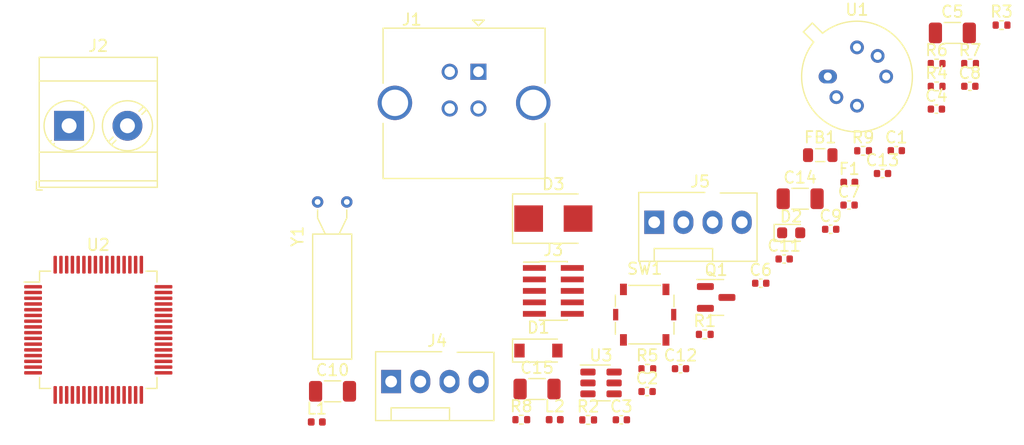
<source format=kicad_pcb>
(kicad_pcb (version 20211014) (generator pcbnew)
  (layers (0 "F.Cu" signal) (1 "In1.Cu" signal) (2 "In2.Cu" signal) (31 "B.Cu" signal) (34 "B.Paste" user) (35 "F.Paste" user) (36 "B.SilkS" user "B.Silkscreen") (37 "F.SilkS" user "F.Silkscreen") (38 "B.Mask" user) (39 "F.Mask" user) (44 "Edge.Cuts" user))
  (net 0 "")
  (net 1 "+12P")
  (net 2 "GND")
  (net 3 "BUCK_FB")
  (net 4 "+3.3VA")
  (net 5 "Net-(D2-Pad1)")
  (net 6 "+3.3VP")
  (net 7 "I2C1_SDA")
  (net 8 "I2C1_SCLK")
  (net 9 "BUCK_EN")
  (net 10 "BUCK_IN")
  (net 11 "HSE_OUT")
  (net 12 "Net-(C7-Pad1)")
  (net 13 "BOOT0")
  (net 14 "Net-(R1-Pad2)")
  (net 15 "BUCK_BST")
  (net 16 "BUCK_SW")
  (net 17 "USB_CONN_D_-")
  (net 18 "USB_CONN_D_+")
  (net 19 "USB_D+")
  (net 20 "+5V")
  (net 21 "USB_D-")
  (net 22 "Net-(D1-Pad1)")
  (net 23 "Net-(F1-Pad2)")
  (net 27 "HSE_IN")
  (net 28 "NRST")
  (net 35 "LED_STATUS")
  (net 48 "Net-(C10-Pad1)")
  (net 60 "SWD_SWDIO")
  (net 61 "Net-(C12-Pad1)")
  (net 62 "SWD_SCLK")
  (net 64 "USART3_TX")
  (net 65 "USART3_RX")
  (net 73 "Net-(C11-Pad1)")
  (net 78 "+3V3")
  (footprint "Package_QFP:LQFP-64_10x10mm_P0.5mm" (layer "F.Cu") (at 73.66 91.44)
    (fp_text reference "U2" (at 0 -7.4) (layer "F.SilkS"))
    (fp_text value "STM32F405RGT6")
    (fp_line (start -5.11 -5.11) (end -5.11 -4.16) (layer "F.SilkS") (width 0.12))
    (fp_line (start 4.16 5.11) (end 5.11 5.11) (layer "F.SilkS") (width 0.12))
    (fp_line (start 5.11 -5.11) (end 5.11 -4.16) (layer "F.SilkS") (width 0.12))
    (fp_line (start 5.11 5.11) (end 5.11 4.16) (layer "F.SilkS") (width 0.12))
    (fp_line (start -4.16 5.11) (end -5.11 5.11) (layer "F.SilkS") (width 0.12))
    (fp_line (start -5.11 -4.16) (end -6.45 -4.16) (layer "F.SilkS") (width 0.12))
    (fp_line (start 4.16 -5.11) (end 5.11 -5.11) (layer "F.SilkS") (width 0.12))
    (fp_line (start -4.16 -5.11) (end -5.11 -5.11) (layer "F.SilkS") (width 0.12))
    (fp_line (start -5.11 5.11) (end -5.11 4.16) (layer "F.SilkS") (width 0.12))
    (pad "1" smd roundrect (at -5.675 -3.75) (size 1.55 0.3) (layers "F.Cu" "F.Paste" "F.Mask") (net 6 "+3.3VP"))
    (pad "2" smd roundrect (at -5.675 -3.25) (size 1.55 0.3) (layers "F.Cu" "F.Paste" "F.Mask"))
    (pad "3" smd roundrect (at -5.675 -2.75) (size 1.55 0.3) (layers "F.Cu" "F.Paste" "F.Mask"))
    (pad "4" smd roundrect (at -5.675 -2.25) (size 1.55 0.3) (layers "F.Cu" "F.Paste" "F.Mask"))
    (pad "5" smd roundrect (at -5.675 -1.75) (size 1.55 0.3) (layers "F.Cu" "F.Paste" "F.Mask") (net 27 "HSE_IN"))
    (pad "6" smd roundrect (at -5.675 -1.25) (size 1.55 0.3) (layers "F.Cu" "F.Paste" "F.Mask") (net 11 "HSE_OUT"))
    (pad "7" smd roundrect (at -5.675 -0.75) (size 1.55 0.3) (layers "F.Cu" "F.Paste" "F.Mask") (net 28 "NRST"))
    (pad "8" smd roundrect (at -5.675 -0.25) (size 1.55 0.3) (layers "F.Cu" "F.Paste" "F.Mask"))
    (pad "9" smd roundrect (at -5.675 0.25) (size 1.55 0.3) (layers "F.Cu" "F.Paste" "F.Mask"))
    (pad "10" smd roundrect (at -5.675 0.75) (size 1.55 0.3) (layers "F.Cu" "F.Paste" "F.Mask"))
    (pad "11" smd roundrect (at -5.675 1.25) (size 1.55 0.3) (layers "F.Cu" "F.Paste" "F.Mask"))
    (pad "12" smd roundrect (at -5.675 1.75) (size 1.55 0.3) (layers "F.Cu" "F.Paste" "F.Mask") (net 2 "GND"))
    (pad "13" smd roundrect (at -5.675 2.25) (size 1.55 0.3) (layers "F.Cu" "F.Paste" "F.Mask") (net 4 "+3.3VA"))
    (pad "14" smd roundrect (at -5.675 2.75) (size 1.55 0.3) (layers "F.Cu" "F.Paste" "F.Mask"))
    (pad "15" smd roundrect (at -5.675 3.25) (size 1.55 0.3) (layers "F.Cu" "F.Paste" "F.Mask"))
    (pad "16" smd roundrect (at -5.675 3.75) (size 1.55 0.3) (layers "F.Cu" "F.Paste" "F.Mask") (net 35 "LED_STATUS"))
    (pad "17" smd roundrect (at -3.75 5.675) (size 0.3 1.55) (layers "F.Cu" "F.Paste" "F.Mask"))
    (pad "18" smd roundrect (at -3.25 5.675) (size 0.3 1.55) (layers "F.Cu" "F.Paste" "F.Mask") (net 2 "GND"))
    (pad "19" smd roundrect (at -2.75 5.675) (size 0.3 1.55) (layers "F.Cu" "F.Paste" "F.Mask") (net 6 "+3.3VP"))
    (pad "20" smd roundrect (at -2.25 5.675) (size 0.3 1.55) (layers "F.Cu" "F.Paste" "F.Mask"))
    (pad "21" smd roundrect (at -1.75 5.675) (size 0.3 1.55) (layers "F.Cu" "F.Paste" "F.Mask"))
    (pad "22" smd roundrect (at -1.25 5.675) (size 0.3 1.55) (layers "F.Cu" "F.Paste" "F.Mask"))
    (pad "23" smd roundrect (at -0.75 5.675) (size 0.3 1.55) (layers "F.Cu" "F.Paste" "F.Mask"))
    (pad "24" smd roundrect (at -0.25 5.675) (size 0.3 1.55) (layers "F.Cu" "F.Paste" "F.Mask"))
    (pad "25" smd roundrect (at 0.25 5.675) (size 0.3 1.55) (layers "F.Cu" "F.Paste" "F.Mask"))
    (pad "26" smd roundrect (at 0.75 5.675) (size 0.3 1.55) (layers "F.Cu" "F.Paste" "F.Mask"))
    (pad "27" smd roundrect (at 1.25 5.675) (size 0.3 1.55) (layers "F.Cu" "F.Paste" "F.Mask"))
    (pad "28" smd roundrect (at 1.75 5.675) (size 0.3 1.55) (layers "F.Cu" "F.Paste" "F.Mask"))
    (pad "29" smd roundrect (at 2.25 5.675) (size 0.3 1.55) (layers "F.Cu" "F.Paste" "F.Mask"))
    (pad "30" smd roundrect (at 2.75 5.675) (size 0.3 1.55) (layers "F.Cu" "F.Paste" "F.Mask"))
    (pad "31" smd roundrect (at 3.25 5.675) (size 0.3 1.55) (layers "F.Cu" "F.Paste" "F.Mask") (net 48 "Net-(C10-Pad1)"))
    (pad "32" smd roundrect (at 3.75 5.675) (size 0.3 1.55) (layers "F.Cu" "F.Paste" "F.Mask") (net 6 "+3.3VP"))
    (pad "33" smd roundrect (at 5.675 3.75) (size 1.55 0.3) (layers "F.Cu" "F.Paste" "F.Mask"))
    (pad "34" smd roundrect (at 5.675 3.25) (size 1.55 0.3) (layers "F.Cu" "F.Paste" "F.Mask"))
    (pad "35" smd roundrect (at 5.675 2.75) (size 1.55 0.3) (layers "F.Cu" "F.Paste" "F.Mask"))
    (pad "36" smd roundrect (at 5.675 2.25) (size 1.55 0.3) (layers "F.Cu" "F.Paste" "F.Mask"))
    (pad "37" smd roundrect (at 5.675 1.75) (size 1.55 0.3) (layers "F.Cu" "F.Paste" "F.Mask"))
    (pad "38" smd roundrect (at 5.675 1.25) (size 1.55 0.3) (layers "F.Cu" "F.Paste" "F.Mask"))
    (pad "39" smd roundrect (at 5.675 0.75) (size 1.55 0.3) (layers "F.Cu" "F.Paste" "F.Mask"))
    (pad "40" smd roundrect (at 5.675 0.25) (size 1.55 0.3) (layers "F.Cu" "F.Paste" "F.Mask"))
    (pad "41" smd roundrect (at 5.675 -0.25) (size 1.55 0.3) (layers "F.Cu" "F.Paste" "F.Mask"))
    (pad "42" smd roundrect (at 5.675 -0.75) (size 1.55 0.3) (layers "F.Cu" "F.Paste" "F.Mask"))
    (pad "43" smd roundrect (at 5.675 -1.25) (size 1.55 0.3) (layers "F.Cu" "F.Paste" "F.Mask"))
    (pad "44" smd roundrect (at 5.675 -1.75) (size 1.55 0.3) (layers "F.Cu" "F.Paste" "F.Mask") (net 21 "USB_D-"))
    (pad "45" smd roundrect (at 5.675 -2.25) (size 1.55 0.3) (layers "F.Cu" "F.Paste" "F.Mask") (net 19 "USB_D+"))
    (pad "46" smd roundrect (at 5.675 -2.75) (size 1.55 0.3) (layers "F.Cu" "F.Paste" "F.Mask") (net 60 "SWD_SWDIO"))
    (pad "47" smd roundrect (at 5.675 -3.25) (size 1.55 0.3) (layers "F.Cu" "F.Paste" "F.Mask") (net 61 "Net-(C12-Pad1)"))
    (pad "48" smd roundrect (at 5.675 -3.75) (size 1.55 0.3) (layers "F.Cu" "F.Paste" "F.Mask") (net 6 "+3.3VP"))
    (pad "49" smd roundrect (at 3.75 -5.675) (size 0.3 1.55) (layers "F.Cu" "F.Paste" "F.Mask") (net 62 "SWD_SCLK"))
    (pad "50" smd roundrect (at 3.25 -5.675) (size 0.3 1.55) (layers "F.Cu" "F.Paste" "F.Mask"))
    (pad "51" smd roundrect (at 2.75 -5.675) (size 0.3 1.55) (layers "F.Cu" "F.Paste" "F.Mask") (net 64 "USART3_TX"))
    (pad "52" smd roundrect (at 2.25 -5.675) (size 0.3 1.55) (layers "F.Cu" "F.Paste" "F.Mask") (net 65 "USART3_RX"))
    (pad "53" smd roundrect (at 1.75 -5.675) (size 0.3 1.55) (layers "F.Cu" "F.Paste" "F.Mask"))
    (pad "54" smd roundrect (at 1.25 -5.675) (size 0.3 1.55) (layers "F.Cu" "F.Paste" "F.Mask"))
    (pad "55" smd roundrect (at 0.75 -5.675) (size 0.3 1.55) (layers "F.Cu" "F.Paste" "F.Mask"))
    (pad "56" smd roundrect (at 0.25 -5.675) (size 0.3 1.55) (layers "F.Cu" "F.Paste" "F.Mask"))
    (pad "57" smd roundrect (at -0.25 -5.675) (size 0.3 1.55) (layers "F.Cu" "F.Paste" "F.Mask"))
    (pad "58" smd roundrect (at -0.75 -5.675) (size 0.3 1.55) (layers "F.Cu" "F.Paste" "F.Mask") (net 8 "I2C1_SCLK"))
    (pad "59" smd roundrect (at -1.25 -5.675) (size 0.3 1.55) (layers "F.Cu" "F.Paste" "F.Mask") (net 7 "I2C1_SDA"))
    (pad "60" smd roundrect (at -1.75 -5.675) (size 0.3 1.55) (layers "F.Cu" "F.Paste" "F.Mask") (net 13 "BOOT0"))
    (pad "61" smd roundrect (at -2.25 -5.675) (size 0.3 1.55) (layers "F.Cu" "F.Paste" "F.Mask"))
    (pad "62" smd roundrect (at -2.75 -5.675) (size 0.3 1.55) (layers "F.Cu" "F.Paste" "F.Mask"))
    (pad "63" smd roundrect (at -3.25 -5.675) (size 0.3 1.55) (layers "F.Cu" "F.Paste" "F.Mask") (net 2 "GND"))
    (pad "64" smd roundrect (at -3.75 -5.675) (size 0.3 1.55) (layers "F.Cu" "F.Paste" "F.Mask") (net 6 "+3.3VP"))
  )
  (footprint "Package_TO_SOT_THT:TO-5-6" (layer "F.Cu") (at 137.16 69.37)
    (fp_text reference "U1" (at 2.54 -5.82) (layer "F.SilkS"))
    (fp_text value "MP2359")
    (fp_line (start -0.457084 -3.774902) (end -1.348039 -4.665856) (layer "F.SilkS") (width 0.12))
    (fp_line (start -2.125856 -3.888039) (end -1.234902 -2.997084) (layer "F.SilkS") (width 0.12))
    (fp_line (start -1.348039 -4.665856) (end -2.125856 -3.888039) (layer "F.SilkS") (width 0.12))
    (fp_arc (start -0.457084 -3.774902) (mid 5.948125 3.408384) (end -1.234674 -2.997371) (layer "F.SilkS") (width 0.12))
    (pad "1" thru_hole oval (at 0 0) (size 1.6 1.2) (drill 0.7) (layers *.Cu *.Mask) (net 15 "BUCK_BST"))
    (pad "2" thru_hole oval (at 0.743949 1.796051) (size 1.2 1.2) (drill 0.7) (layers *.Cu *.Mask) (net 2 "GND"))
    (pad "3" thru_hole oval (at 2.54 2.54) (size 1.2 1.2) (drill 0.7) (layers *.Cu *.Mask) (net 3 "BUCK_FB"))
    (pad "4" thru_hole oval (at 5.08 0) (size 1.2 1.2) (drill 0.7) (layers *.Cu *.Mask) (net 9 "BUCK_EN"))
    (pad "5" thru_hole oval (at 4.336051 -1.796051) (size 1.2 1.2) (drill 0.7) (layers *.Cu *.Mask) (net 10 "BUCK_IN"))
    (pad "6" thru_hole oval (at 2.54 -2.54) (size 1.2 1.2) (drill 0.7) (layers *.Cu *.Mask) (net 16 "BUCK_SW"))
  )
  (footprint "Resistor_SMD:R_0402_1005Metric" (layer "F.Cu") (at 152.28 64.89)
    (fp_text reference "R3" (at 0 -1.17) (layer "F.SilkS"))
    (fp_text value "100k")
    (fp_line (start -0.153641 0.38) (end 0.153641 0.38) (layer "F.SilkS") (width 0.12))
    (fp_line (start -0.153641 -0.38) (end 0.153641 -0.38) (layer "F.SilkS") (width 0.12))
    (pad "1" smd roundrect (at -0.51 0) (size 0.54 0.64) (layers "F.Cu" "F.Paste" "F.Mask") (net 10 "BUCK_IN"))
    (pad "2" smd roundrect (at 0.51 0) (size 0.54 0.64) (layers "F.Cu" "F.Paste" "F.Mask") (net 9 "BUCK_EN"))
  )
  (footprint "Connector_PinHeader_1.00mm:PinHeader_2x05_P1.00mm_Vertical_SMD" (layer "F.Cu") (at 113.27 88.05)
    (fp_text reference "J3" (at 0 -3.56) (layer "F.SilkS"))
    (fp_text value "SWD")
    (fp_line (start 1.21 2.51) (end 1.21 2.56) (layer "F.SilkS") (width 0.12))
    (fp_line (start -2.59 -2.51) (end -1.21 -2.51) (layer "F.SilkS") (width 0.12))
    (fp_line (start -1.21 -2.56) (end 1.21 -2.56) (layer "F.SilkS") (width 0.12))
    (fp_line (start -1.21 2.51) (end -1.21 2.56) (layer "F.SilkS") (width 0.12))
    (fp_line (start -1.21 -2.56) (end -1.21 -2.51) (layer "F.SilkS") (width 0.12))
    (fp_line (start 1.21 -2.56) (end 1.21 -2.51) (layer "F.SilkS") (width 0.12))
    (fp_line (start -1.21 2.56) (end 1.21 2.56) (layer "F.SilkS") (width 0.12))
    (pad "1" smd rect (at -1.65 -2) (size 2 0.5) (layers "F.Cu" "F.Paste" "F.Mask") (net 6 "+3.3VP"))
    (pad "2" smd rect (at 1.65 -2) (size 2 0.5) (layers "F.Cu" "F.Paste" "F.Mask") (net 60 "SWD_SWDIO"))
    (pad "3" smd rect (at -1.65 -1) (size 2 0.5) (layers "F.Cu" "F.Paste" "F.Mask") (net 2 "GND"))
    (pad "4" smd rect (at 1.65 -1) (size 2 0.5) (layers "F.Cu" "F.Paste" "F.Mask") (net 62 "SWD_SCLK"))
    (pad "5" smd rect (at -1.65 0) (size 2 0.5) (layers "F.Cu" "F.Paste" "F.Mask") (net 2 "GND"))
    (pad "6" smd rect (at 1.65 0) (size 2 0.5) (layers "F.Cu" "F.Paste" "F.Mask"))
    (pad "7" smd rect (at -1.65 1) (size 2 0.5) (layers "F.Cu" "F.Paste" "F.Mask"))
    (pad "8" smd rect (at 1.65 1) (size 2 0.5) (layers "F.Cu" "F.Paste" "F.Mask"))
    (pad "9" smd rect (at -1.65 2) (size 2 0.5) (layers "F.Cu" "F.Paste" "F.Mask") (net 2 "GND"))
    (pad "10" smd rect (at 1.65 2) (size 2 0.5) (layers "F.Cu" "F.Paste" "F.Mask") (net 28 "NRST"))
  )
  (footprint "Resistor_SMD:R_0402_1005Metric" (layer "F.Cu") (at 126.45 91.84)
    (fp_text reference "R1" (at 0 -1.17) (layer "F.SilkS"))
    (fp_text value "10k")
    (fp_line (start -0.153641 -0.38) (end 0.153641 -0.38) (layer "F.SilkS") (width 0.12))
    (fp_line (start -0.153641 0.38) (end 0.153641 0.38) (layer "F.SilkS") (width 0.12))
    (pad "1" smd roundrect (at -0.51 0) (size 0.54 0.64) (layers "F.Cu" "F.Paste" "F.Mask") (net 13 "BOOT0"))
    (pad "2" smd roundrect (at 0.51 0) (size 0.54 0.64) (layers "F.Cu" "F.Paste" "F.Mask") (net 14 "Net-(R1-Pad2)"))
  )
  (footprint "TerminalBlock_Phoenix:TerminalBlock_Phoenix_MKDS-3-2-5.08_1x02_P5.08mm_Horizontal" (layer "F.Cu") (at 71.12 73.66)
    (fp_text reference "J2" (at 2.54 -6.96) (layer "F.SilkS"))
    (fp_text value "Screw_Terminal_01x02")
    (fp_line (start 1.388 -1.654) (end 1.281 -1.547) (layer "F.SilkS") (width 0.12))
    (fp_line (start 6.734 -1.388) (end 6.339 -0.992) (layer "F.SilkS") (width 0.12))
    (fp_line (start -2.84 5.6) (end -2.34 5.6) (layer "F.SilkS") (width 0.12))
    (fp_line (start -2.84 4.86) (end -2.84 5.6) (layer "F.SilkS") (width 0.12))
    (fp_line (start -2.6 -5.96) (end 7.68 -5.96) (layer "F.SilkS") (width 0.12))
    (fp_line (start 7.68 -5.96) (end 7.68 5.36) (layer "F.SilkS") (width 0.12))
    (fp_line (start -2.6 4.8) (end 7.68 4.8) (layer "F.SilkS") (width 0.12))
    (fp_line (start 3.822 0.992) (end 3.427 1.388) (layer "F.SilkS") (width 0.12))
    (fp_line (start -2.6 -5.96) (end -2.6 5.36) (layer "F.SilkS") (width 0.12))
    (fp_line (start -1.282 1.547) (end -1.388 1.654) (layer "F.SilkS") (width 0.12))
    (fp_line (start -2.6 -3.9) (end 7.68 -3.9) (layer "F.SilkS") (width 0.12))
    (fp_line (start 6.468 -1.654) (end 6.088 -1.274) (layer "F.SilkS") (width 0.12))
    (fp_line (start 1.654 -1.388) (end 1.547 -1.281) (layer "F.SilkS") (width 0.12))
    (fp_line (start 4.073 1.274) (end 3.693 1.654) (layer "F.SilkS") (width 0.12))
    (fp_line (start -1.548 1.281) (end -1.654 1.388) (layer "F.SilkS") (width 0.12))
    (fp_line (start -2.6 5.36) (end 7.68 5.36) (layer "F.SilkS") (width 0.12))
    (fp_line (start -2.6 2.3) (end 7.68 2.3) (layer "F.SilkS") (width 0.12))
    (fp_circle (center 5.08 0) (end 7.26 0) (layer "F.SilkS") (width 0.12) (fill none))
    (fp_circle (center 0 0) (end 2.18 0) (layer "F.SilkS") (width 0.12) (fill none))
    (pad "1" thru_hole rect (at 0 0) (size 2.6 2.6) (drill 1.3) (layers *.Cu *.Mask) (net 1 "+12P"))
    (pad "2" thru_hole circle (at 5.08 0) (size 2.6 2.6) (drill 1.3) (layers *.Cu *.Mask) (net 2 "GND"))
  )
  (footprint "Capacitor_SMD:C_1206_3216Metric" (layer "F.Cu") (at 94.05 96.8)
    (fp_text reference "C10" (at 0 -1.85) (layer "F.SilkS"))
    (fp_text value "2u2")
    (fp_line (start -0.711252 -0.91) (end 0.711252 -0.91) (layer "F.SilkS") (width 0.12))
    (fp_line (start -0.711252 0.91) (end 0.711252 0.91) (layer "F.SilkS") (width 0.12))
    (pad "1" smd roundrect (at -1.475 0) (size 1.15 1.8) (layers "F.Cu" "F.Paste" "F.Mask") (roundrect_rratio 0.217391) (net 48 "Net-(C10-Pad1)"))
    (pad "2" smd roundrect (at 1.475 0) (size 1.15 1.8) (layers "F.Cu" "F.Paste" "F.Mask") (roundrect_rratio 0.217391) (net 2 "GND"))
  )
  (footprint "Inductor_SMD:L_0805_2012Metric" (layer "F.Cu") (at 136.5 76.22)
    (fp_text reference "FB1" (at 0 -1.55) (layer "F.SilkS"))
    (fp_text value "FerriteBead_Small")
    (fp_line (start -0.399622 0.56) (end 0.399622 0.56) (layer "F.SilkS") (width 0.12))
    (fp_line (start -0.399622 -0.56) (end 0.399622 -0.56) (layer "F.SilkS") (width 0.12))
    (pad "1" smd roundrect (at -1.0625 0) (size 0.875 1.2) (layers "F.Cu" "F.Paste" "F.Mask") (net 22 "Net-(D1-Pad1)"))
    (pad "2" smd roundrect (at 1.0625 0) (size 0.875 1.2) (layers "F.Cu" "F.Paste" "F.Mask") (net 10 "BUCK_IN"))
  )
  (footprint "Capacitor_SMD:C_0402_1005Metric" (layer "F.Cu") (at 149.52 70.22)
    (fp_text reference "C8" (at 0 -1.16) (layer "F.SilkS"))
    (fp_text value "100n")
    (fp_line (start -0.107836 0.36) (end 0.107836 0.36) (layer "F.SilkS") (width 0.12))
    (fp_line (start -0.107836 -0.36) (end 0.107836 -0.36) (layer "F.SilkS") (width 0.12))
    (pad "1" smd roundrect (at -0.48 0) (size 0.56 0.62) (layers "F.Cu" "F.Paste" "F.Mask") (net 6 "+3.3VP"))
    (pad "2" smd roundrect (at 0.48 0) (size 0.56 0.62) (layers "F.Cu" "F.Paste" "F.Mask") (net 2 "GND"))
  )
  (footprint "Capacitor_SMD:C_0402_1005Metric" (layer "F.Cu") (at 137.41 82.68)
    (fp_text reference "C9" (at 0 -1.16) (layer "F.SilkS"))
    (fp_text value "100n")
    (fp_line (start -0.107836 0.36) (end 0.107836 0.36) (layer "F.SilkS") (width 0.12))
    (fp_line (start -0.107836 -0.36) (end 0.107836 -0.36) (layer "F.SilkS") (width 0.12))
    (pad "1" smd roundrect (at -0.48 0) (size 0.56 0.62) (layers "F.Cu" "F.Paste" "F.Mask") (net 6 "+3.3VP"))
    (pad "2" smd roundrect (at 0.48 0) (size 0.56 0.62) (layers "F.Cu" "F.Paste" "F.Mask") (net 2 "GND"))
  )
  (footprint "Package_TO_SOT_SMD:SOT-23-6" (layer "F.Cu") (at 117.42 96.07)
    (fp_text reference "U3" (at 0 -2.4) (layer "F.SilkS"))
    (fp_text value "USBLC6-2SC6")
    (fp_line (start 0 1.56) (end 0.8 1.56) (layer "F.SilkS") (width 0.12))
    (fp_line (start 0 -1.56) (end -1.8 -1.56) (layer "F.SilkS") (width 0.12))
    (fp_line (start 0 -1.56) (end 0.8 -1.56) (layer "F.SilkS") (width 0.12))
    (fp_line (start 0 1.56) (end -0.8 1.56) (layer "F.SilkS") (width 0.12))
    (pad "1" smd roundrect (at -1.1375 -0.95) (size 1.325 0.6) (layers "F.Cu" "F.Paste" "F.Mask") (net 17 "USB_CONN_D_-"))
    (pad "2" smd roundrect (at -1.1375 0) (size 1.325 0.6) (layers "F.Cu" "F.Paste" "F.Mask") (net 2 "GND"))
    (pad "3" smd roundrect (at -1.1375 0.95) (size 1.325 0.6) (layers "F.Cu" "F.Paste" "F.Mask") (net 18 "USB_CONN_D_+"))
    (pad "4" smd roundrect (at 1.1375 0.95) (size 1.325 0.6) (layers "F.Cu" "F.Paste" "F.Mask") (net 19 "USB_D+"))
    (pad "5" smd roundrect (at 1.1375 0) (size 1.325 0.6) (layers "F.Cu" "F.Paste" "F.Mask") (net 20 "+5V"))
    (pad "6" smd roundrect (at 1.1375 -0.95) (size 1.325 0.6) (layers "F.Cu" "F.Paste" "F.Mask") (net 21 "USB_D-"))
  )
  (footprint "LED_SMD:LED_0603_1608Metric" (layer "F.Cu") (at 133.97 82.99)
    (fp_text reference "D2" (at 0 -1.43) (layer "F.SilkS"))
    (fp_text value "Blue")
    (fp_line (start -1.485 -0.735) (end -1.485 0.735) (layer "F.SilkS") (width 0.12))
    (fp_line (start -1.485 0.735) (end 0.8 0.735) (layer "F.SilkS") (width 0.12))
    (fp_line (start 0.8 -0.735) (end -1.485 -0.735) (layer "F.SilkS") (width 0.12))
    (pad "1" smd roundrect (at -0.7875 0) (size 0.875 0.95) (layers "F.Cu" "F.Paste" "F.Mask") (net 5 "Net-(D2-Pad1)"))
    (pad "2" smd roundrect (at 0.7875 0) (size 0.875 0.95) (layers "F.Cu" "F.Paste" "F.Mask") (net 35 "LED_STATUS"))
  )
  (footprint "Capacitor_SMD:C_1206_3216Metric" (layer "F.Cu") (at 111.85 96.6)
    (fp_text reference "C15" (at 0 -1.85) (layer "F.SilkS"))
    (fp_text value "22u")
    (fp_line (start -0.711252 -0.91) (end 0.711252 -0.91) (layer "F.SilkS") (width 0.12))
    (fp_line (start -0.711252 0.91) (end 0.711252 0.91) (layer "F.SilkS") (width 0.12))
    (pad "1" smd roundrect (at -1.475 0) (size 1.15 1.8) (layers "F.Cu" "F.Paste" "F.Mask") (roundrect_rratio 0.217391) (net 4 "+3.3VA"))
    (pad "2" smd roundrect (at 1.475 0) (size 1.15 1.8) (layers "F.Cu" "F.Paste" "F.Mask") (roundrect_rratio 0.217391) (net 2 "GND"))
  )
  (footprint "Button_Switch_SMD:SW_SPST_Panasonic_EVQPL_3PL_5PL_PT_A08" (layer "F.Cu") (at 121.22 90.12)
    (fp_text reference "SW1" (at 0 -4) (layer "F.SilkS"))
    (fp_text value "SW_SPDT")
    (fp_line (start -2.55 -1.7) (end -2.55 -0.675) (layer "F.SilkS") (width 0.12))
    (fp_line (start -2.55 0.675) (end -2.55 1.7) (layer "F.SilkS") (width 0.12))
    (fp_line (start 2.55 -1.7) (end 2.55 -0.675) (layer "F.SilkS") (width 0.12))
    (fp_line (start -1.375 2.55) (end 1.375 2.55) (layer "F.SilkS") (width 0.12))
    (fp_line (start 2.55 0.675) (end 2.55 1.7) (layer "F.SilkS") (width 0.12))
    (fp_line (start -1.375 -2.55) (end 1.375 -2.55) (layer "F.SilkS") (width 0.12))
    (pad "0" smd rect (at -2.525 0) (size 0.45 1) (layers "F.Cu" "F.Paste" "F.Mask"))
    (pad "0" smd rect (at 2.525 0) (size 0.45 1) (layers "F.Cu" "F.Paste" "F.Mask"))
    (pad "1" smd rect (at -1.85 -2.2) (size 0.6 1) (layers "F.Cu" "F.Paste" "F.Mask") (net 78 "+3V3"))
    (pad "1" smd rect (at -1.85 2.2) (size 0.6 1) (layers "F.Cu" "F.Paste" "F.Mask") (net 78 "+3V3"))
    (pad "2" smd rect (at 1.85 -2.2) (size 0.6 1) (layers "F.Cu" "F.Paste" "F.Mask") (net 14 "Net-(R1-Pad2)"))
    (pad "2" smd rect (at 1.85 2.2) (size 0.6 1) (layers "F.Cu" "F.Paste" "F.Mask") (net 14 "Net-(R1-Pad2)"))
  )
  (footprint "Capacitor_SMD:C_0402_1005Metric" (layer "F.Cu") (at 131.32 87.38)
    (fp_text reference "C6" (at 0 -1.16) (layer "F.SilkS"))
    (fp_text value "100n")
    (fp_line (start -0.107836 0.36) (end 0.107836 0.36) (layer "F.SilkS") (width 0.12))
    (fp_line (start -0.107836 -0.36) (end 0.107836 -0.36) (layer "F.SilkS") (width 0.12))
    (pad "1" smd roundrect (at -0.48 0) (size 0.56 0.62) (layers "F.Cu" "F.Paste" "F.Mask") (net 6 "+3.3VP"))
    (pad "2" smd roundrect (at 0.48 0) (size 0.56 0.62) (layers "F.Cu" "F.Paste" "F.Mask") (net 2 "GND"))
  )
  (footprint "Capacitor_SMD:C_1206_3216Metric" (layer "F.Cu") (at 148 65.57)
    (fp_text reference "C5" (at 0 -1.85) (layer "F.SilkS"))
    (fp_text value "10nF")
    (fp_line (start -0.711252 0.91) (end 0.711252 0.91) (layer "F.SilkS") (width 0.12))
    (fp_line (start -0.711252 -0.91) (end 0.711252 -0.91) (layer "F.SilkS") (width 0.12))
    (pad "1" smd roundrect (at -1.475 0) (size 1.15 1.8) (layers "F.Cu" "F.Paste" "F.Mask") (roundrect_rratio 0.217391) (net 10 "BUCK_IN"))
    (pad "2" smd roundrect (at 1.475 0) (size 1.15 1.8) (layers "F.Cu" "F.Paste" "F.Mask") (roundrect_rratio 0.217391) (net 2 "GND"))
  )
  (footprint "Crystal:Crystal_AT310_D3.0mm_L10.0mm_Horizontal" (layer "F.Cu") (at 92.75 80.3)
    (fp_text reference "Y1" (at -1.75 3 90) (layer "F.SilkS"))
    (fp_text value "16MHz")
    (fp_line (start 0.67 2.8) (end 0 1.4) (layer "F.SilkS") (width 0.12))
    (fp_line (start 2.54 1.4) (end 2.54 0.7) (layer "F.SilkS") (width 0.12))
    (fp_line (start -0.43 2.8) (end -0.43 13.7) (layer "F.SilkS") (width 0.12))
    (fp_line (start 2.97 13.7) (end 2.97 2.8) (layer "F.SilkS") (width 0.12))
    (fp_line (start 1.87 2.8) (end 2.54 1.4) (layer "F.SilkS") (width 0.12))
    (fp_line (start -0.43 13.7) (end 2.97 13.7) (layer "F.SilkS") (width 0.12))
    (fp_line (start 2.97 2.8) (end -0.43 2.8) (layer "F.SilkS") (width 0.12))
    (fp_line (start 0 1.4) (end 0 0.7) (layer "F.SilkS") (width 0.12))
    (pad "1" thru_hole circle (at 0 0) (size 1 1) (drill 0.5) (layers *.Cu *.Mask) (net 27 "HSE_IN"))
    (pad "2" thru_hole circle (at 2.54 0) (size 1 1) (drill 0.5) (layers *.Cu *.Mask) (net 2 "GND"))
  )
  (footprint "Resistor_SMD:R_0402_1005Metric" (layer "F.Cu") (at 110.48 99.27)
    (fp_text reference "R8" (at 0 -1.17) (layer "F.SilkS"))
    (fp_text value "49.9k")
    (fp_line (start -0.153641 -0.38) (end 0.153641 -0.38) (layer "F.SilkS") (width 0.12))
    (fp_line (start -0.153641 0.38) (end 0.153641 0.38) (layer "F.SilkS") (width 0.12))
    (pad "1" smd roundrect (at -0.51 0) (size 0.54 0.64) (layers "F.Cu" "F.Paste" "F.Mask") (net 4 "+3.3VA"))
    (pad "2" smd roundrect (at 0.51 0) (size 0.54 0.64) (layers "F.Cu" "F.Paste" "F.Mask") (net 3 "BUCK_FB"))
  )
  (footprint "Resistor_SMD:R_0402_1005Metric" (layer "F.Cu") (at 146.63 70.23)
    (fp_text reference "R4" (at 0 -1.17) (layer "F.SilkS"))
    (fp_text value "68k")
    (fp_line (start -0.153641 -0.38) (end 0.153641 -0.38) (layer "F.SilkS") (width 0.12))
    (fp_line (start -0.153641 0.38) (end 0.153641 0.38) (layer "F.SilkS") (width 0.12))
    (pad "1" smd roundrect (at -0.51 0) (size 0.54 0.64) (layers "F.Cu" "F.Paste" "F.Mask") (net 9 "BUCK_EN"))
    (pad "2" smd roundrect (at 0.51 0) (size 0.54 0.64) (layers "F.Cu" "F.Paste" "F.Mask") (net 2 "GND"))
  )
  (footprint "Inductor_SMD:L_0402_1005Metric" (layer "F.Cu") (at 113.39 99.27)
    (fp_text reference "L2" (at 0 -1.17) (layer "F.SilkS"))
    (fp_text value "4.7u")
    (pad "1" smd roundrect (at -0.485 0) (size 0.59 0.64) (layers "F.Cu" "F.Paste" "F.Mask") (net 16 "BUCK_SW"))
    (pad "2" smd roundrect (at 0.485 0) (size 0.59 0.64) (layers "F.Cu" "F.Paste" "F.Mask") (net 4 "+3.3VA"))
  )
  (footprint "Diode_SMD:D_SMB" (layer "F.Cu") (at 113.27 81.75)
    (fp_text reference "D3" (at 0 -3) (layer "F.SilkS"))
    (fp_text value "B230")
    (fp_line (start -3.55 2.15) (end 2.15 2.15) (layer "F.SilkS") (width 0.12))
    (fp_line (start -3.55 -2.15) (end 2.15 -2.15) (layer "F.SilkS") (width 0.12))
    (fp_line (start -3.55 -2.15) (end -3.55 2.15) (layer "F.SilkS") (width 0.12))
    (pad "1" smd rect (at -2.15 0) (size 2.5 2.3) (layers "F.Cu" "F.Paste" "F.Mask") (net 16 "BUCK_SW"))
    (pad "2" smd rect (at 2.15 0) (size 2.5 2.3) (layers "F.Cu" "F.Paste" "F.Mask") (net 2 "GND"))
  )
  (footprint "Capacitor_SMD:C_0402_1005Metric" (layer "F.Cu") (at 143.12 75.83)
    (fp_text reference "C1" (at 0 -1.16) (layer "F.SilkS"))
    (fp_text value "4u7")
    (fp_line (start -0.107836 0.36) (end 0.107836 0.36) (layer "F.SilkS") (width 0.12))
    (fp_line (start -0.107836 -0.36) (end 0.107836 -0.36) (layer "F.SilkS") (width 0.12))
    (pad "1" smd roundrect (at -0.48 0) (size 0.56 0.62) (layers "F.Cu" "F.Paste" "F.Mask") (net 6 "+3.3VP"))
    (pad "2" smd roundrect (at 0.48 0) (size 0.56 0.62) (layers "F.Cu" "F.Paste" "F.Mask") (net 2 "GND"))
  )
  (footprint "Package_TO_SOT_SMD:SOT-23" (layer "F.Cu") (at 127.44 88.62)
    (fp_text reference "Q1" (at 0 -2.4) (layer "F.SilkS"))
    (fp_text value "AO3401A")
    (fp_line (start 0 1.56) (end 0.65 1.56) (layer "F.SilkS") (width 0.12))
    (fp_line (start 0 1.56) (end -0.65 1.56) (layer "F.SilkS") (width 0.12))
    (fp_line (start 0 -1.56) (end -1.675 -1.56) (layer "F.SilkS") (width 0.12))
    (fp_line (start 0 -1.56) (end 0.65 -1.56) (layer "F.SilkS") (width 0.12))
    (pad "1" smd roundrect (at -0.9375 -0.95) (size 1.475 0.6) (layers "F.Cu" "F.Paste" "F.Mask") (net 2 "GND"))
    (pad "2" smd roundrect (at -0.9375 0.95) (size 1.475 0.6) (layers "F.Cu" "F.Paste" "F.Mask") (net 22 "Net-(D1-Pad1)"))
    (pad "3" smd roundrect (at 0.9375 0) (size 1.475 0.6) (layers "F.Cu" "F.Paste" "F.Mask") (net 23 "Net-(F1-Pad2)"))
  )
  (footprint "Connector:FanPinHeader_1x04_P2.54mm_Vertical" (layer "F.Cu") (at 122.05 82.07)
    (fp_text reference "J5" (at 4 -3.55) (layer "F.SilkS"))
    (fp_text value "Conn_01x04")
    (fp_line (start 5.75 -2.55) (end 8.95 -2.55) (layer "F.SilkS") (width 0.12))
    (fp_line (start 8.95 3.4) (end -1.35 3.4) (layer "F.SilkS") (width 0.12))
    (fp_line (start 8.95 -2.55) (end 8.95 3.4) (layer "F.SilkS") (width 0.12))
    (fp_line (start 0 2.29) (end 5.08 2.29) (layer "F.SilkS") (width 0.12))
    (fp_line (start -1.35 -2.6) (end 4.4 -2.6) (layer "F.SilkS") (width 0.12))
    (fp_line (start -1.35 3.4) (end -1.35 -2.6) (layer "F.SilkS") (width 0.12))
    (fp_line (start 0 3.3) (end 0 2.29) (layer "F.SilkS") (width 0.12))
    (fp_line (start 5.08 2.29) (end 5.08 3.3) (layer "F.SilkS") (width 0.12))
    (pad "" np_thru_hole circle (at 5.08 -2.16 90) (size 1.1 1.1) (drill 1.1) (layers *.Cu *.Mask))
    (pad "1" thru_hole rect (at 0 0 90) (size 2.03 1.73) (drill 1.02) (layers *.Cu *.Mask) (net 78 "+3V3"))
    (pad "2" thru_hole oval (at 2.54 0 90) (size 2.03 1.73) (drill 1.02) (layers *.Cu *.Mask) (net 64 "USART3_TX"))
    (pad "3" thru_hole oval (at 5.08 0 90) (size 2.03 1.73) (drill 1.02) (layers *.Cu *.Mask) (net 65 "USART3_RX"))
    (pad "4" thru_hole oval (at 7.62 0 90) (size 2.03 1.73) (drill 1.02) (layers *.Cu *.Mask) (net 2 "GND"))
  )
  (footprint "Capacitor_SMD:C_0402_1005Metric" (layer "F.Cu") (at 119.19 99.28)
    (fp_text reference "C3" (at 0 -1.16) (layer "F.SilkS"))
    (fp_text value "10p")
    (fp_line (start -0.107836 0.36) (end 0.107836 0.36) (layer "F.SilkS") (width 0.12))
    (fp_line (start -0.107836 -0.36) (end 0.107836 -0.36) (layer "F.SilkS") (width 0.12))
    (pad "1" smd roundrect (at -0.48 0) (size 0.56 0.62) (layers "F.Cu" "F.Paste" "F.Mask") (net 27 "HSE_IN"))
    (pad "2" smd roundrect (at 0.48 0) (size 0.56 0.62) (layers "F.Cu" "F.Paste" "F.Mask") (net 2 "GND"))
  )
  (footprint "Resistor_SMD:R_0402_1005Metric" (layer "F.Cu") (at 140.23 75.84)
    (fp_text reference "R9" (at 0 -1.17) (layer "F.SilkS"))
    (fp_text value "16.2k")
    (fp_line (start -0.153641 -0.38) (end 0.153641 -0.38) (layer "F.SilkS") (width 0.12))
    (fp_line (start -0.153641 0.38) (end 0.153641 0.38) (layer "F.SilkS") (width 0.12))
    (pad "1" smd roundrect (at -0.51 0) (size 0.54 0.64) (layers "F.Cu" "F.Paste" "F.Mask") (net 3 "BUCK_FB"))
    (pad "2" smd roundrect (at 0.51 0) (size 0.54 0.64) (layers "F.Cu" "F.Paste" "F.Mask") (net 2 "GND"))
  )
  (footprint "Resistor_SMD:R_0402_1005Metric" (layer "F.Cu") (at 116.3 99.29)
    (fp_text reference "R2" (at 0 -1.17) (layer "F.SilkS"))
    (fp_text value "47")
    (fp_line (start -0.153641 0.38) (end 0.153641 0.38) (layer "F.SilkS") (width 0.12))
    (fp_line (start -0.153641 -0.38) (end 0.153641 -0.38) (layer "F.SilkS") (width 0.12))
    (pad "1" smd roundrect (at -0.51 0) (size 0.54 0.64) (layers "F.Cu" "F.Paste" "F.Mask") (net 11 "HSE_OUT"))
    (pad "2" smd roundrect (at 0.51 0) (size 0.54 0.64) (layers "F.Cu" "F.Paste" "F.Mask") (net 12 "Net-(C7-Pad1)"))
  )
  (footprint "Capacitor_SMD:C_0402_1005Metric" (layer "F.Cu") (at 139.01 80.57)
    (fp_text reference "C7" (at 0 -1.16) (layer "F.SilkS"))
    (fp_text value "10p")
    (fp_line (start -0.107836 0.36) (end 0.107836 0.36) (layer "F.SilkS") (width 0.12))
    (fp_line (start -0.107836 -0.36) (end 0.107836 -0.36) (layer "F.SilkS") (width 0.12))
    (pad "1" smd roundrect (at -0.48 0) (size 0.56 0.62) (layers "F.Cu" "F.Paste" "F.Mask") (net 12 "Net-(C7-Pad1)"))
    (pad "2" smd roundrect (at 0.48 0) (size 0.56 0.62) (layers "F.Cu" "F.Paste" "F.Mask") (net 2 "GND"))
  )
  (footprint "Capacitor_SMD:C_0402_1005Metric" (layer "F.Cu") (at 141.92 77.82)
    (fp_text reference "C13" (at 0 -1.16) (layer "F.SilkS"))
    (fp_text value "1n")
    (fp_line (start -0.107836 0.36) (end 0.107836 0.36) (layer "F.SilkS") (width 0.12))
    (fp_line (start -0.107836 -0.36) (end 0.107836 -0.36) (layer "F.SilkS") (width 0.12))
    (pad "1" smd roundrect (at -0.48 0) (size 0.56 0.62) (layers "F.Cu" "F.Paste" "F.Mask") (net 73 "Net-(C11-Pad1)"))
    (pad "2" smd roundrect (at 0.48 0) (size 0.56 0.62) (layers "F.Cu" "F.Paste" "F.Mask") (net 2 "GND"))
  )
  (footprint "Capacitor_SMD:C_0402_1005Metric" (layer "F.Cu") (at 133.36 85.27)
    (fp_text reference "C11" (at 0 -1.16) (layer "F.SilkS"))
    (fp_text value "1u")
    (fp_line (start -0.107836 -0.36) (end 0.107836 -0.36) (layer "F.SilkS") (width 0.12))
    (fp_line (start -0.107836 0.36) (end 0.107836 0.36) (layer "F.SilkS") (width 0.12))
    (pad "1" smd roundrect (at -0.48 0) (size 0.56 0.62) (layers "F.Cu" "F.Paste" "F.Mask") (net 73 "Net-(C11-Pad1)"))
    (pad "2" smd roundrect (at 0.48 0) (size 0.56 0.62) (layers "F.Cu" "F.Paste" "F.Mask") (net 2 "GND"))
  )
  (footprint "Capacitor_SMD:C_0402_1005Metric" (layer "F.Cu") (at 146.61 72.21)
    (fp_text reference "C4" (at 0 -1.16) (layer "F.SilkS"))
    (fp_text value "100n")
    (fp_line (start -0.107836 0.36) (end 0.107836 0.36) (layer "F.SilkS") (width 0.12))
    (fp_line (start -0.107836 -0.36) (end 0.107836 -0.36) (layer "F.SilkS") (width 0.12))
    (pad "1" smd roundrect (at -0.48 0) (size 0.56 0.62) (layers "F.Cu" "F.Paste" "F.Mask") (net 6 "+3.3VP"))
    (pad "2" smd roundrect (at 0.48 0) (size 0.56 0.62) (layers "F.Cu" "F.Paste" "F.Mask") (net 2 "GND"))
  )
  (footprint "Capacitor_SMD:C_0402_1005Metric" (layer "F.Cu") (at 124.34 94.83)
    (fp_text reference "C12" (at 0 -1.16) (layer "F.SilkS"))
    (fp_text value "2u2")
    (fp_line (start -0.107836 -0.36) (end 0.107836 -0.36) (layer "F.SilkS") (width 0.12))
    (fp_line (start -0.107836 0.36) (end 0.107836 0.36) (layer "F.SilkS") (width 0.12))
    (pad "1" smd roundrect (at -0.48 0) (size 0.56 0.62) (layers "F.Cu" "F.Paste" "F.Mask") (net 61 "Net-(C12-Pad1)"))
    (pad "2" smd roundrect (at 0.48 0) (size 0.56 0.62) (layers "F.Cu" "F.Paste" "F.Mask") (net 2 "GND"))
  )
  (footprint "Diode_SMD:D_SOD-123" (layer "F.Cu") (at 111.97 93.25)
    (fp_text reference "D1" (at 0 -2) (layer "F.SilkS"))
    (fp_text value "D_Schottky")
    (fp_line (start -2.25 1) (end 1.65 1) (layer "F.SilkS") (width 0.12))
    (fp_line (start -2.25 -1) (end 1.65 -1) (layer "F.SilkS") (width 0.12))
    (fp_line (start -2.25 -1) (end -2.25 1) (layer "F.SilkS") (width 0.12))
    (pad "1" smd rect (at -1.65 0) (size 0.9 1.2) (layers "F.Cu" "F.Paste" "F.Mask") (net 22 "Net-(D1-Pad1)"))
    (pad "2" smd rect (at 1.65 0) (size 0.9 1.2) (layers "F.Cu" "F.Paste" "F.Mask") (net 20 "+5V"))
  )
  (footprint "Resistor_SMD:R_0402_1005Metric" (layer "F.Cu") (at 146.63 68.24)
    (fp_text reference "R6" (at 0 -1.17) (layer "F.SilkS"))
    (fp_text value "2k2")
    (fp_line (start -0.153641 -0.38) (end 0.153641 -0.38) (layer "F.SilkS") (width 0.12))
    (fp_line (start -0.153641 0.38) (end 0.153641 0.38) (layer "F.SilkS") (width 0.12))
    (pad "1" smd roundrect (at -0.51 0) (size 0.54 0.64) (layers "F.Cu" "F.Paste" "F.Mask") (net 6 "+3.3VP"))
    (pad "2" smd roundrect (at 0.51 0) (size 0.54 0.64) (layers "F.Cu" "F.Paste" "F.Mask") (net 7 "I2C1_SDA"))
  )
  (footprint "Capacitor_SMD:C_0402_1005Metric" (layer "F.Cu") (at 121.43 96.82)
    (fp_text reference "C2" (at 0 -1.16) (layer "F.SilkS"))
    (fp_text value "100n")
    (fp_line (start -0.107836 -0.36) (end 0.107836 -0.36) (layer "F.SilkS") (width 0.12))
    (fp_line (start -0.107836 0.36) (end 0.107836 0.36) (layer "F.SilkS") (width 0.12))
    (pad "1" smd roundrect (at -0.48 0) (size 0.56 0.62) (layers "F.Cu" "F.Paste" "F.Mask") (net 6 "+3.3VP"))
    (pad "2" smd roundrect (at 0.48 0) (size 0.56 0.62) (layers "F.Cu" "F.Paste" "F.Mask") (net 2 "GND"))
  )
  (footprint "Connector_USB:USB_B_Amphenol_MUSB-D511_Vertical_Rugged" (layer "F.Cu") (at 106.75 68.955)
    (fp_text reference "J1" (at -5.8 -4.55) (layer "F.SilkS"))
    (fp_text value "USB_B_Micro")
    (fp_line (start 5.8 -3.8) (end 5.8 1) (layer "F.SilkS") (width 0.12))
    (fp_line (start 5.8 9.3) (end -8.3 9.3) (layer "F.SilkS") (width 0.12))
    (fp_line (start -8.3 9.3) (end -8.3 4.5) (layer "F.SilkS") (width 0.12))
    (fp_line (start 0 -4) (end 0.5 -4.5) (layer "F.SilkS") (width 0.12))
    (fp_line (start -8.3 1) (end -8.3 -3.8) (layer "F.SilkS") (width 0.12))
    (fp_line (start -0.5 -4.5) (end 0 -4) (layer "F.SilkS") (width 0.12))
    (fp_line (start 5.8 4.5) (end 5.8 9.3) (layer "F.SilkS") (width 0.12))
    (fp_line (start 0.5 -4.5) (end -0.5 -4.5) (layer "F.SilkS") (width 0.12))
    (fp_line (start -8.3 -3.8) (end 5.8 -3.8) (layer "F.SilkS") (width 0.12))
    (pad "1" thru_hole rect (at 0 0) (size 1.4 1.4) (drill 0.92) (layers *.Cu *.Mask) (net 20 "+5V"))
    (pad "2" thru_hole circle (at -2.5 0) (size 1.4 1.4) (drill 0.92) (layers *.Cu *.Mask) (net 17 "USB_CONN_D_-"))
    (pad "3" thru_hole circle (at -2.5 3.2) (size 1.4 1.4) (drill 0.92) (layers *.Cu *.Mask) (net 18 "USB_CONN_D_+"))
    (pad "4" thru_hole circle (at 0 3.2) (size 1.4 1.4) (drill 0.92) (layers *.Cu *.Mask))
    (pad "5" thru_hole circle (at -7.27 2.71) (size 3 3) (drill 2.3) (layers *.Cu *.Mask) (net 2 "GND"))
    (pad "5" thru_hole circle (at 4.77 2.71) (size 3 3) (drill 2.3) (layers *.Cu *.Mask) (net 2 "GND"))
  )
  (footprint "Resistor_SMD:R_0402_1005Metric" (layer "F.Cu") (at 121.45 94.84)
    (fp_text reference "R5" (at 0 -1.17) (layer "F.SilkS"))
    (fp_text value "2k2")
    (fp_line (start -0.153641 -0.38) (end 0.153641 -0.38) (layer "F.SilkS") (width 0.12))
    (fp_line (start -0.153641 0.38) (end 0.153641 0.38) (layer "F.SilkS") (width 0.12))
    (pad "1" smd roundrect (at -0.51 0) (size 0.54 0.64) (layers "F.Cu" "F.Paste" "F.Mask") (net 6 "+3.3VP"))
    (pad "2" smd roundrect (at 0.51 0) (size 0.54 0.64) (layers "F.Cu" "F.Paste" "F.Mask") (net 8 "I2C1_SCLK"))
  )
  (footprint "Capacitor_SMD:C_1206_3216Metric" (layer "F.Cu") (at 134.75 80.02)
    (fp_text reference "C14" (at 0 -1.85) (layer "F.SilkS"))
    (fp_text value "10n")
    (fp_line (start -0.711252 -0.91) (end 0.711252 -0.91) (layer "F.SilkS") (width 0.12))
    (fp_line (start -0.711252 0.91) (end 0.711252 0.91) (layer "F.SilkS") (width 0.12))
    (pad "1" smd roundrect (at -1.475 0) (size 1.15 1.8) (layers "F.Cu" "F.Paste" "F.Mask") (roundrect_rratio 0.217391) (net 15 "BUCK_BST"))
    (pad "2" smd roundrect (at 1.475 0) (size 1.15 1.8) (layers "F.Cu" "F.Paste" "F.Mask") (roundrect_rratio 0.217391) (net 16 "BUCK_SW"))
  )
  (footprint "Connector:FanPinHeader_1x04_P2.54mm_Vertical" (layer "F.Cu") (at 99.15 95.95)
    (fp_text reference "J4" (at 4 -3.55) (layer "F.SilkS"))
    (fp_text value "I2C Connector")
    (fp_line (start 8.95 3.4) (end -1.35 3.4) (layer "F.SilkS") (width 0.12))
    (fp_line (start -1.35 3.4) (end -1.35 -2.6) (layer "F.SilkS") (width 0.12))
    (fp_line (start 8.95 -2.55) (end 8.95 3.4) (layer "F.SilkS") (width 0.12))
    (fp_line (start 0 3.3) (end 0 2.29) (layer "F.SilkS") (width 0.12))
    (fp_line (start 5.08 2.29) (end 5.08 3.3) (layer "F.SilkS") (width 0.12))
    (fp_line (start 0 2.29) (end 5.08 2.29) (layer "F.SilkS") (width 0.12))
    (fp_line (start -1.35 -2.6) (end 4.4 -2.6) (layer "F.SilkS") (width 0.12))
    (fp_line (start 5.75 -2.55) (end 8.95 -2.55) (layer "F.SilkS") (width 0.12))
    (pad "" np_thru_hole circle (at 5.08 -2.16 90) (size 1.1 1.1) (drill 1.1) (layers *.Cu *.Mask))
    (pad "1" thru_hole rect (at 0 0 90) (size 2.03 1.73) (drill 1.02) (layers *.Cu *.Mask) (net 78 "+3V3"))
    (pad "2" thru_hole oval (at 2.54 0 90) (size 2.03 1.73) (drill 1.02) (layers *.Cu *.Mask) (net 8 "I2C1_SCLK"))
    (pad "3" thru_hole oval (at 5.08 0 90) (size 2.03 1.73) (drill 1.02) (layers *.Cu *.Mask) (net 7 "I2C1_SDA"))
    (pad "4" thru_hole oval (at 7.62 0 90) (size 2.03 1.73) (drill 1.02) (layers *.Cu *.Mask) (net 2 "GND"))
  )
  (footprint "Resistor_SMD:R_0402_1005Metric" (layer "F.Cu") (at 149.54 68.24)
    (fp_text reference "R7" (at 0 -1.17) (layer "F.SilkS"))
    (fp_text value "1k5")
    (fp_line (start -0.153641 0.38) (end 0.153641 0.38) (layer "F.SilkS") (width 0.12))
    (fp_line (start -0.153641 -0.38) (end 0.153641 -0.38) (layer "F.SilkS") (width 0.12))
    (pad "1" smd roundrect (at -0.51 0) (size 0.54 0.64) (layers "F.Cu" "F.Paste" "F.Mask") (net 5 "Net-(D2-Pad1)"))
    (pad "2" smd roundrect (at 0.51 0) (size 0.54 0.64) (layers "F.Cu" "F.Paste" "F.Mask") (net 2 "GND"))
  )
  (footprint "Fuse:Fuse_0402_1005Metric" (layer "F.Cu") (at 139.03 78.59)
    (fp_text reference "F1" (at 0 -1.17) (layer "F.SilkS"))
    (fp_text value "250mA")
    (pad "1" smd roundrect (at -0.485 0) (size 0.59 0.64) (layers "F.Cu" "F.Paste" "F.Mask") (net 1 "+12P"))
    (pad "2" smd roundrect (at 0.485 0) (size 0.59 0.64) (layers "F.Cu" "F.Paste" "F.Mask") (net 23 "Net-(F1-Pad2)"))
  )
  (footprint "Inductor_SMD:L_0402_1005Metric" (layer "F.Cu") (at 92.68 99.47)
    (fp_text reference "L1" (at 0 -1.17) (layer "F.SilkS"))
    (fp_text value "39n")
    (pad "1" smd roundrect (at -0.485 0) (size 0.59 0.64) (layers "F.Cu" "F.Paste" "F.Mask") (net 4 "+3.3VA"))
    (pad "2" smd roundrect (at 0.485 0) (size 0.59 0.64) (layers "F.Cu" "F.Paste" "F.Mask") (net 73 "Net-(C11-Pad1)"))
  )
)
</source>
